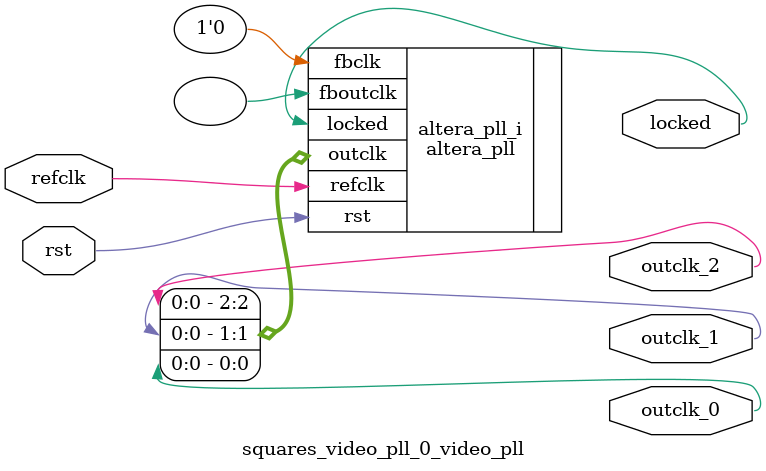
<source format=v>
`timescale 1ns/10ps
module  squares_video_pll_0_video_pll(

	// interface 'refclk'
	input wire refclk,

	// interface 'reset'
	input wire rst,

	// interface 'outclk0'
	output wire outclk_0,

	// interface 'outclk1'
	output wire outclk_1,

	// interface 'outclk2'
	output wire outclk_2,

	// interface 'locked'
	output wire locked
);

	altera_pll #(
		.fractional_vco_multiplier("false"),
		.reference_clock_frequency("50.0 MHz"),
		.operation_mode("direct"),
		.number_of_clocks(3),
		.output_clock_frequency0("25.000000 MHz"),
		.phase_shift0("0 ps"),
		.duty_cycle0(50),
		.output_clock_frequency1("25.000000 MHz"),
		.phase_shift1("0 ps"),
		.duty_cycle1(50),
		.output_clock_frequency2("33.000000 MHz"),
		.phase_shift2("0 ps"),
		.duty_cycle2(50),
		.output_clock_frequency3("0 MHz"),
		.phase_shift3("0 ps"),
		.duty_cycle3(50),
		.output_clock_frequency4("0 MHz"),
		.phase_shift4("0 ps"),
		.duty_cycle4(50),
		.output_clock_frequency5("0 MHz"),
		.phase_shift5("0 ps"),
		.duty_cycle5(50),
		.output_clock_frequency6("0 MHz"),
		.phase_shift6("0 ps"),
		.duty_cycle6(50),
		.output_clock_frequency7("0 MHz"),
		.phase_shift7("0 ps"),
		.duty_cycle7(50),
		.output_clock_frequency8("0 MHz"),
		.phase_shift8("0 ps"),
		.duty_cycle8(50),
		.output_clock_frequency9("0 MHz"),
		.phase_shift9("0 ps"),
		.duty_cycle9(50),
		.output_clock_frequency10("0 MHz"),
		.phase_shift10("0 ps"),
		.duty_cycle10(50),
		.output_clock_frequency11("0 MHz"),
		.phase_shift11("0 ps"),
		.duty_cycle11(50),
		.output_clock_frequency12("0 MHz"),
		.phase_shift12("0 ps"),
		.duty_cycle12(50),
		.output_clock_frequency13("0 MHz"),
		.phase_shift13("0 ps"),
		.duty_cycle13(50),
		.output_clock_frequency14("0 MHz"),
		.phase_shift14("0 ps"),
		.duty_cycle14(50),
		.output_clock_frequency15("0 MHz"),
		.phase_shift15("0 ps"),
		.duty_cycle15(50),
		.output_clock_frequency16("0 MHz"),
		.phase_shift16("0 ps"),
		.duty_cycle16(50),
		.output_clock_frequency17("0 MHz"),
		.phase_shift17("0 ps"),
		.duty_cycle17(50),
		.pll_type("General"),
		.pll_subtype("General")
	) altera_pll_i (
		.rst	(rst),
		.outclk	({outclk_2, outclk_1, outclk_0}),
		.locked	(locked),
		.fboutclk	( ),
		.fbclk	(1'b0),
		.refclk	(refclk)
	);
endmodule


</source>
